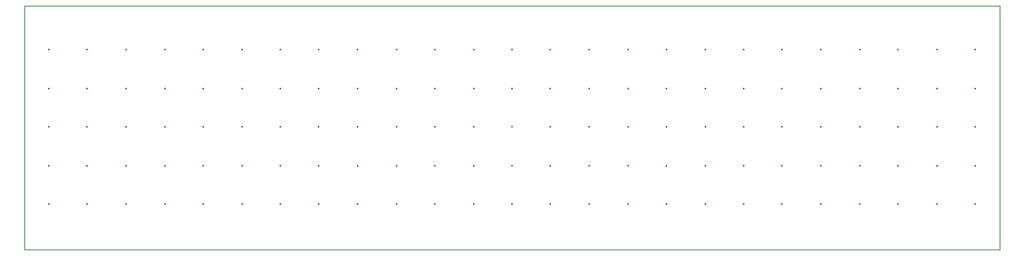
<source format=gto>
G75*
G70*
%OFA0B0*%
%FSLAX24Y24*%
%IPPOS*%
%LPD*%
%AMOC8*
5,1,8,0,0,1.08239X$1,22.5*
%
%ADD10C,0.0000*%
%ADD11R,0.0079X0.0079*%
D10*
X000150Y000175D02*
X000150Y010175D01*
X040150Y010175D01*
X040150Y000175D01*
X000150Y000175D01*
D11*
X001150Y002048D03*
X002733Y002048D03*
X004317Y002048D03*
X005900Y002048D03*
X007483Y002048D03*
X009067Y002048D03*
X010650Y002048D03*
X012233Y002048D03*
X013817Y002048D03*
X015400Y002048D03*
X016983Y002048D03*
X018567Y002048D03*
X020150Y002048D03*
X021733Y002048D03*
X023317Y002048D03*
X024900Y002048D03*
X026483Y002048D03*
X028067Y002048D03*
X029650Y002048D03*
X031233Y002048D03*
X032817Y002048D03*
X034400Y002048D03*
X035983Y002048D03*
X037567Y002048D03*
X039150Y002048D03*
X039150Y003631D03*
X037567Y003631D03*
X035983Y003631D03*
X034400Y003631D03*
X032817Y003631D03*
X031233Y003631D03*
X029650Y003631D03*
X028067Y003631D03*
X026483Y003631D03*
X024900Y003631D03*
X023317Y003631D03*
X021733Y003631D03*
X020150Y003631D03*
X018567Y003631D03*
X016983Y003631D03*
X015400Y003631D03*
X013817Y003631D03*
X012233Y003631D03*
X010650Y003631D03*
X009067Y003631D03*
X007483Y003631D03*
X005900Y003631D03*
X004317Y003631D03*
X002733Y003631D03*
X001150Y003631D03*
X001150Y005214D03*
X002733Y005214D03*
X004317Y005214D03*
X005900Y005214D03*
X007483Y005214D03*
X009067Y005214D03*
X010650Y005214D03*
X012233Y005214D03*
X013817Y005214D03*
X015400Y005214D03*
X016983Y005214D03*
X018567Y005214D03*
X020150Y005214D03*
X021733Y005214D03*
X023317Y005214D03*
X024900Y005214D03*
X026483Y005214D03*
X028067Y005214D03*
X029650Y005214D03*
X031233Y005214D03*
X032817Y005214D03*
X034400Y005214D03*
X035983Y005214D03*
X037567Y005214D03*
X039150Y005214D03*
X039150Y006798D03*
X037567Y006798D03*
X035983Y006798D03*
X034400Y006798D03*
X032817Y006798D03*
X031233Y006798D03*
X029650Y006798D03*
X028067Y006798D03*
X026483Y006798D03*
X024900Y006798D03*
X023317Y006798D03*
X021733Y006798D03*
X020150Y006798D03*
X018567Y006798D03*
X016983Y006798D03*
X015400Y006798D03*
X013817Y006798D03*
X012233Y006798D03*
X010650Y006798D03*
X009067Y006798D03*
X007483Y006798D03*
X005900Y006798D03*
X004317Y006798D03*
X002733Y006798D03*
X001150Y006798D03*
X001150Y008381D03*
X002733Y008381D03*
X004317Y008381D03*
X005900Y008381D03*
X007483Y008381D03*
X009067Y008381D03*
X010650Y008381D03*
X012233Y008381D03*
X013817Y008381D03*
X015400Y008381D03*
X016983Y008381D03*
X018567Y008381D03*
X020150Y008381D03*
X021733Y008381D03*
X023317Y008381D03*
X024900Y008381D03*
X026483Y008381D03*
X028067Y008381D03*
X029650Y008381D03*
X031233Y008381D03*
X032817Y008381D03*
X034400Y008381D03*
X035983Y008381D03*
X037567Y008381D03*
X039150Y008381D03*
M02*

</source>
